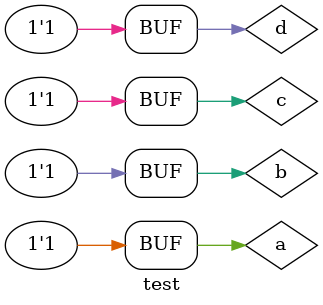
<source format=v>


module ex01 (s,a,b,c,d);
output s;
input a,b,c,d;

not NOT1 (an,a);
not NOT2 (cn,c);
and AND1 (temp1,a,cn,d);
and AND2 (temp2,an,c);
and AND2 (temp3,b,d);
and AND3 (temp4,b,c);
or OR1(s,temp1,temp2,temp3,temp4);

endmodule // ex01

// -----------------------------
// -- test Ex01
// -----------------------------

module test;
 reg a,b,c,d;
 wire s;
           
// instancia
ex01 EX01(s,a,b,c,d);
 
initial begin:start
      a=0;b=0;c=0;d=0;
 end
 
 
 // parte principal
 initial begin:main
      $display("Guia 08_01 - Alyson Deives - 416589");
      $display("Simplificação de Circuitos por Quine McCluskey\n");
		$display("\nA B C D | S  \n");
		$monitor("%b %b %b %b | %b", a,b,c,d,s); 
  
  		#1 a=0;b=0;c=0;d=0;
		#1 a=0;b=0;c=0;d=1;
		#1 a=0;b=0;c=1;d=0;
		#1 a=0;b=0;c=1;d=1;
		#1 a=0;b=1;c=0;d=0;
		#1 a=0;b=1;c=0;d=1;
		#1 a=0;b=1;c=1;d=0;
		#1 a=0;b=1;c=1;d=1;
		#1 a=1;b=0;c=0;d=0;
		#1 a=1;b=0;c=0;d=1;
		#1 a=1;b=0;c=1;d=0;
		#1 a=1;b=0;c=1;d=1;
		#1 a=1;b=1;c=0;d=0;
		#1 a=1;b=1;c=0;d=1;
		#1 a=1;b=1;c=1;d=0;
		#1 a=1;b=1;c=1;d=1;
end		
endmodule // testhalfadder_nor


	// -----------------------------
	// -- TESTE
	// -----------------------------
	 // -- Guia 08_01 - Alyson Deives - 416589
//     -- Simplificação de Circuitos por Quine McCluskey
//     -- 
//     -- 
//     -- A B C D | S  
//     -- 
//     -- 0 0 0 0 | 0
//     -- 0 0 0 1 | 0
//     -- 0 0 1 0 | 1
//     -- 0 0 1 1 | 1
//     -- 0 1 0 0 | 0
//     -- 0 1 0 1 | 1
//     -- 0 1 1 0 | 1
//     -- 0 1 1 1 | 1
//     -- 1 0 0 0 | 0
//     -- 1 0 0 1 | 1
//     -- 1 0 1 0 | 0
//     -- 1 0 1 1 | 0
//     -- 1 1 0 0 | 0
//     -- 1 1 0 1 | 1
//     -- 1 1 1 0 | 1
//     -- 1 1 1 1 | 1
</source>
